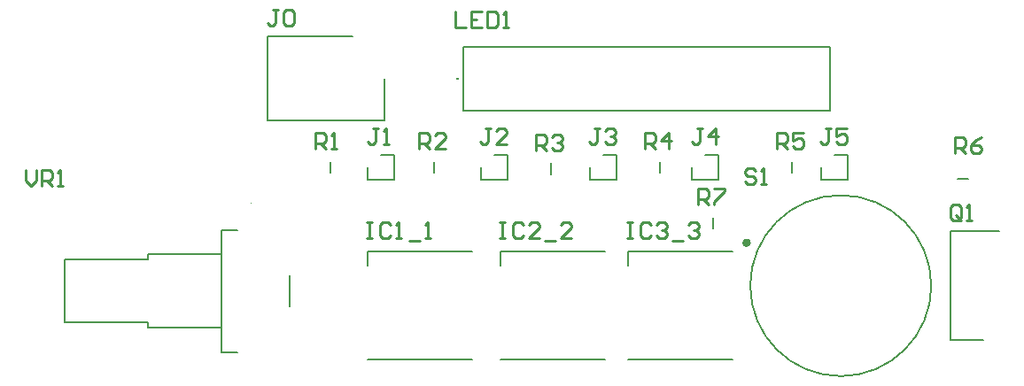
<source format=gto>
G04*
G04 #@! TF.GenerationSoftware,Altium Limited,Altium Designer,23.2.1 (34)*
G04*
G04 Layer_Color=65535*
%FSLAX44Y44*%
%MOMM*%
G71*
G04*
G04 #@! TF.SameCoordinates,2F04A12E-80DC-47A9-97FB-97186C95C1CF*
G04*
G04*
G04 #@! TF.FilePolarity,Positive*
G04*
G01*
G75*
%ADD10C,0.1000*%
%ADD11C,0.1270*%
%ADD12C,0.4000*%
%ADD13C,0.2000*%
%ADD14C,0.2540*%
D10*
X280670Y438060D02*
G03*
X280670Y437060I0J-500D01*
G01*
D02*
G03*
X280670Y438060I0J500D01*
G01*
D11*
X931050Y358140D02*
G03*
X931050Y358140I-86500J0D01*
G01*
D12*
X756550Y399140D02*
G03*
X756550Y399140I-2000J0D01*
G01*
D13*
X477430Y556260D02*
G03*
X478430Y556260I500J0D01*
G01*
D02*
G03*
X477430Y556260I-500J0D01*
G01*
X182670Y388060D02*
X252670D01*
X182670Y383060D02*
Y388060D01*
X102670Y383060D02*
X182670D01*
X102670Y323060D02*
Y383060D01*
Y323060D02*
X182670D01*
Y318060D02*
Y323060D01*
Y318060D02*
X252670D01*
Y411560D02*
X267670D01*
X252670Y294560D02*
Y411560D01*
Y294560D02*
X267670D01*
X317670Y338060D02*
Y368060D01*
X408660Y516260D02*
Y556260D01*
X296660Y516260D02*
X408660D01*
X296660D02*
Y596260D01*
X377660D01*
X392430Y459120D02*
Y471170D01*
Y459120D02*
X417830D01*
Y483220D01*
X405130D02*
X417830D01*
X500380Y459120D02*
Y471170D01*
Y459120D02*
X525780D01*
Y483220D01*
X513080D02*
X525780D01*
X604520Y459120D02*
Y471170D01*
Y459120D02*
X629920D01*
Y483220D01*
X617220D02*
X629920D01*
X702310Y459120D02*
Y471170D01*
Y459120D02*
X727710D01*
Y483220D01*
X715010D02*
X727710D01*
X825500Y459120D02*
Y471170D01*
Y459120D02*
X850900D01*
Y483220D01*
X838200D02*
X850900D01*
X391960Y377190D02*
Y390890D01*
X491960D01*
X391960Y287290D02*
X491960D01*
X518960Y377190D02*
Y390890D01*
X618960D01*
X518960Y287290D02*
X618960D01*
X640880Y377190D02*
Y390890D01*
X740880D01*
X640880Y287290D02*
X740880D01*
X949740Y410140D02*
X995740D01*
X949740Y306140D02*
Y410140D01*
Y306140D02*
X980440D01*
X356870Y465920D02*
Y476420D01*
X455930Y465920D02*
Y476420D01*
X567690Y464650D02*
Y475150D01*
X671830Y465920D02*
Y476420D01*
X797560Y465920D02*
Y476420D01*
X956140Y460350D02*
X966640D01*
X722630Y412580D02*
Y423080D01*
X484130Y525760D02*
X834130D01*
X484130D02*
Y586260D01*
X834130D01*
Y525760D02*
Y586260D01*
X477430Y556260D02*
X478430D01*
D14*
X65532Y468625D02*
Y458468D01*
X70610Y453390D01*
X75689Y458468D01*
Y468625D01*
X80767Y453390D02*
Y468625D01*
X88385D01*
X90924Y466086D01*
Y461007D01*
X88385Y458468D01*
X80767D01*
X85845D02*
X90924Y453390D01*
X96002D02*
X101081D01*
X98541D01*
Y468625D01*
X96002Y466086D01*
X763267Y467610D02*
X760727Y470149D01*
X755649D01*
X753110Y467610D01*
Y465071D01*
X755649Y462532D01*
X760727D01*
X763267Y459992D01*
Y457453D01*
X760727Y454914D01*
X755649D01*
X753110Y457453D01*
X768345Y454914D02*
X773423D01*
X770884D01*
Y470149D01*
X768345Y467610D01*
X708406Y435610D02*
Y450845D01*
X716023D01*
X718563Y448306D01*
Y443228D01*
X716023Y440688D01*
X708406D01*
X713484D02*
X718563Y435610D01*
X723641Y450845D02*
X733798D01*
Y448306D01*
X723641Y438149D01*
Y435610D01*
X953770Y484632D02*
Y499867D01*
X961387D01*
X963927Y497328D01*
Y492249D01*
X961387Y489710D01*
X953770D01*
X958848D02*
X963927Y484632D01*
X979162Y499867D02*
X974083Y497328D01*
X969005Y492249D01*
Y487171D01*
X971544Y484632D01*
X976623D01*
X979162Y487171D01*
Y489710D01*
X976623Y492249D01*
X969005D01*
X783336Y488950D02*
Y504185D01*
X790954D01*
X793493Y501646D01*
Y496567D01*
X790954Y494028D01*
X783336D01*
X788414D02*
X793493Y488950D01*
X808728Y504185D02*
X798571D01*
Y496567D01*
X803649Y499107D01*
X806189D01*
X808728Y496567D01*
Y491489D01*
X806189Y488950D01*
X801110D01*
X798571Y491489D01*
X657606Y488950D02*
Y504185D01*
X665223D01*
X667763Y501646D01*
Y496567D01*
X665223Y494028D01*
X657606D01*
X662684D02*
X667763Y488950D01*
X680459D02*
Y504185D01*
X672841Y496567D01*
X682998D01*
X553466Y487680D02*
Y502915D01*
X561083D01*
X563623Y500376D01*
Y495298D01*
X561083Y492758D01*
X553466D01*
X558544D02*
X563623Y487680D01*
X568701Y500376D02*
X571240Y502915D01*
X576319D01*
X578858Y500376D01*
Y497837D01*
X576319Y495298D01*
X573779D01*
X576319D01*
X578858Y492758D01*
Y490219D01*
X576319Y487680D01*
X571240D01*
X568701Y490219D01*
X441706Y488950D02*
Y504185D01*
X449324D01*
X451863Y501646D01*
Y496567D01*
X449324Y494028D01*
X441706D01*
X446784D02*
X451863Y488950D01*
X467098D02*
X456941D01*
X467098Y499107D01*
Y501646D01*
X464559Y504185D01*
X459480D01*
X456941Y501646D01*
X342646Y488950D02*
Y504185D01*
X350263D01*
X352803Y501646D01*
Y496567D01*
X350263Y494028D01*
X342646D01*
X347724D02*
X352803Y488950D01*
X357881D02*
X362959D01*
X360420D01*
Y504185D01*
X357881Y501646D01*
X959609Y423163D02*
Y433320D01*
X957069Y435859D01*
X951991D01*
X949452Y433320D01*
Y423163D01*
X951991Y420624D01*
X957069D01*
X954530Y425702D02*
X959609Y420624D01*
X957069D02*
X959609Y423163D01*
X964687Y420624D02*
X969765D01*
X967226D01*
Y435859D01*
X964687Y433320D01*
X476250Y620009D02*
Y604774D01*
X486407D01*
X501642Y620009D02*
X491485D01*
Y604774D01*
X501642D01*
X491485Y612392D02*
X496563D01*
X506720Y620009D02*
Y604774D01*
X514338D01*
X516877Y607313D01*
Y617470D01*
X514338Y620009D01*
X506720D01*
X521955Y604774D02*
X527034D01*
X524494D01*
Y620009D01*
X521955Y617470D01*
X835403Y508757D02*
X830324D01*
X832863D01*
Y496061D01*
X830324Y493522D01*
X827785D01*
X825246Y496061D01*
X850638Y508757D02*
X840481D01*
Y501139D01*
X845559Y503679D01*
X848099D01*
X850638Y501139D01*
Y496061D01*
X848099Y493522D01*
X843020D01*
X840481Y496061D01*
X712213Y508757D02*
X707134D01*
X709673D01*
Y496061D01*
X707134Y493522D01*
X704595D01*
X702056Y496061D01*
X724909Y493522D02*
Y508757D01*
X717291Y501139D01*
X727448D01*
X614423Y508757D02*
X609344D01*
X611884D01*
Y496061D01*
X609344Y493522D01*
X606805D01*
X604266Y496061D01*
X619501Y506218D02*
X622040Y508757D01*
X627119D01*
X629658Y506218D01*
Y503679D01*
X627119Y501139D01*
X624579D01*
X627119D01*
X629658Y498600D01*
Y496061D01*
X627119Y493522D01*
X622040D01*
X619501Y496061D01*
X510283Y508757D02*
X505204D01*
X507743D01*
Y496061D01*
X505204Y493522D01*
X502665D01*
X500126Y496061D01*
X525518Y493522D02*
X515361D01*
X525518Y503679D01*
Y506218D01*
X522979Y508757D01*
X517900D01*
X515361Y506218D01*
X402333Y508757D02*
X397254D01*
X399794D01*
Y496061D01*
X397254Y493522D01*
X394715D01*
X392176Y496061D01*
X407411Y493522D02*
X412489D01*
X409950D01*
Y508757D01*
X407411Y506218D01*
X306575Y621787D02*
X301496D01*
X304035D01*
Y609091D01*
X301496Y606552D01*
X298957D01*
X296418Y609091D01*
X311653Y619248D02*
X314192Y621787D01*
X319271D01*
X321810Y619248D01*
Y609091D01*
X319271Y606552D01*
X314192D01*
X311653Y609091D01*
Y619248D01*
X640588Y419095D02*
X645666D01*
X643127D01*
Y403860D01*
X640588D01*
X645666D01*
X663441Y416556D02*
X660901Y419095D01*
X655823D01*
X653284Y416556D01*
Y406399D01*
X655823Y403860D01*
X660901D01*
X663441Y406399D01*
X668519Y416556D02*
X671058Y419095D01*
X676136D01*
X678676Y416556D01*
Y414017D01*
X676136Y411478D01*
X673597D01*
X676136D01*
X678676Y408938D01*
Y406399D01*
X676136Y403860D01*
X671058D01*
X668519Y406399D01*
X683754Y401321D02*
X693911D01*
X698989Y416556D02*
X701528Y419095D01*
X706607D01*
X709146Y416556D01*
Y414017D01*
X706607Y411478D01*
X704068D01*
X706607D01*
X709146Y408938D01*
Y406399D01*
X706607Y403860D01*
X701528D01*
X698989Y406399D01*
X518668Y419095D02*
X523746D01*
X521207D01*
Y403860D01*
X518668D01*
X523746D01*
X541521Y416556D02*
X538981Y419095D01*
X533903D01*
X531364Y416556D01*
Y406399D01*
X533903Y403860D01*
X538981D01*
X541521Y406399D01*
X556756Y403860D02*
X546599D01*
X556756Y414017D01*
Y416556D01*
X554216Y419095D01*
X549138D01*
X546599Y416556D01*
X561834Y401321D02*
X571991D01*
X587226Y403860D02*
X577069D01*
X587226Y414017D01*
Y416556D01*
X584687Y419095D01*
X579608D01*
X577069Y416556D01*
X391668Y419095D02*
X396746D01*
X394207D01*
Y403860D01*
X391668D01*
X396746D01*
X414521Y416556D02*
X411981Y419095D01*
X406903D01*
X404364Y416556D01*
Y406399D01*
X406903Y403860D01*
X411981D01*
X414521Y406399D01*
X419599Y403860D02*
X424677D01*
X422138D01*
Y419095D01*
X419599Y416556D01*
X432295Y401321D02*
X442452D01*
X447530Y403860D02*
X452608D01*
X450069D01*
Y419095D01*
X447530Y416556D01*
M02*

</source>
